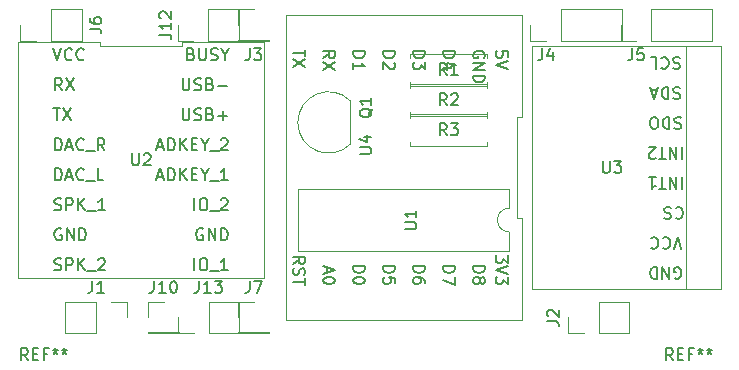
<source format=gbr>
%TF.GenerationSoftware,KiCad,Pcbnew,(6.0.6)*%
%TF.CreationDate,2023-05-03T19:44:46+02:00*%
%TF.ProjectId,Portal Turret,506f7274-616c-4205-9475-727265742e6b,rev?*%
%TF.SameCoordinates,Original*%
%TF.FileFunction,Legend,Top*%
%TF.FilePolarity,Positive*%
%FSLAX46Y46*%
G04 Gerber Fmt 4.6, Leading zero omitted, Abs format (unit mm)*
G04 Created by KiCad (PCBNEW (6.0.6)) date 2023-05-03 19:44:46*
%MOMM*%
%LPD*%
G01*
G04 APERTURE LIST*
%ADD10C,0.150000*%
%ADD11C,0.120000*%
G04 APERTURE END LIST*
D10*
%TO.C,J4*%
X128571666Y-73747380D02*
X128571666Y-74461666D01*
X128524047Y-74604523D01*
X128428809Y-74699761D01*
X128285952Y-74747380D01*
X128190714Y-74747380D01*
X129476428Y-74080714D02*
X129476428Y-74747380D01*
X129238333Y-73699761D02*
X129000238Y-74414047D01*
X129619285Y-74414047D01*
%TO.C,J13*%
X99520476Y-93432380D02*
X99520476Y-94146666D01*
X99472857Y-94289523D01*
X99377619Y-94384761D01*
X99234761Y-94432380D01*
X99139523Y-94432380D01*
X100520476Y-94432380D02*
X99949047Y-94432380D01*
X100234761Y-94432380D02*
X100234761Y-93432380D01*
X100139523Y-93575238D01*
X100044285Y-93670476D01*
X99949047Y-93718095D01*
X100853809Y-93432380D02*
X101472857Y-93432380D01*
X101139523Y-93813333D01*
X101282380Y-93813333D01*
X101377619Y-93860952D01*
X101425238Y-93908571D01*
X101472857Y-94003809D01*
X101472857Y-94241904D01*
X101425238Y-94337142D01*
X101377619Y-94384761D01*
X101282380Y-94432380D01*
X100996666Y-94432380D01*
X100901428Y-94384761D01*
X100853809Y-94337142D01*
%TO.C,J2*%
X128992380Y-96853333D02*
X129706666Y-96853333D01*
X129849523Y-96900952D01*
X129944761Y-96996190D01*
X129992380Y-97139047D01*
X129992380Y-97234285D01*
X129087619Y-96424761D02*
X129040000Y-96377142D01*
X128992380Y-96281904D01*
X128992380Y-96043809D01*
X129040000Y-95948571D01*
X129087619Y-95900952D01*
X129182857Y-95853333D01*
X129278095Y-95853333D01*
X129420952Y-95900952D01*
X129992380Y-96472380D01*
X129992380Y-95853333D01*
%TO.C,U4*%
X113117380Y-82676904D02*
X113926904Y-82676904D01*
X114022142Y-82629285D01*
X114069761Y-82581666D01*
X114117380Y-82486428D01*
X114117380Y-82295952D01*
X114069761Y-82200714D01*
X114022142Y-82153095D01*
X113926904Y-82105476D01*
X113117380Y-82105476D01*
X113450714Y-81200714D02*
X114117380Y-81200714D01*
X113069761Y-81438809D02*
X113784047Y-81676904D01*
X113784047Y-81057857D01*
X110037619Y-74567023D02*
X110513809Y-74233690D01*
X110037619Y-73995595D02*
X111037619Y-73995595D01*
X111037619Y-74376547D01*
X110990000Y-74471785D01*
X110942380Y-74519404D01*
X110847142Y-74567023D01*
X110704285Y-74567023D01*
X110609047Y-74519404D01*
X110561428Y-74471785D01*
X110513809Y-74376547D01*
X110513809Y-73995595D01*
X111037619Y-74900357D02*
X110037619Y-75567023D01*
X111037619Y-75567023D02*
X110037619Y-74900357D01*
X120197619Y-92168214D02*
X121197619Y-92168214D01*
X121197619Y-92406309D01*
X121150000Y-92549166D01*
X121054761Y-92644404D01*
X120959523Y-92692023D01*
X120769047Y-92739642D01*
X120626190Y-92739642D01*
X120435714Y-92692023D01*
X120340476Y-92644404D01*
X120245238Y-92549166D01*
X120197619Y-92406309D01*
X120197619Y-92168214D01*
X121197619Y-93072976D02*
X121197619Y-93739642D01*
X120197619Y-93311071D01*
X115117619Y-73995595D02*
X116117619Y-73995595D01*
X116117619Y-74233690D01*
X116070000Y-74376547D01*
X115974761Y-74471785D01*
X115879523Y-74519404D01*
X115689047Y-74567023D01*
X115546190Y-74567023D01*
X115355714Y-74519404D01*
X115260476Y-74471785D01*
X115165238Y-74376547D01*
X115117619Y-74233690D01*
X115117619Y-73995595D01*
X116022380Y-74947976D02*
X116070000Y-74995595D01*
X116117619Y-75090833D01*
X116117619Y-75328928D01*
X116070000Y-75424166D01*
X116022380Y-75471785D01*
X115927142Y-75519404D01*
X115831904Y-75519404D01*
X115689047Y-75471785D01*
X115117619Y-74900357D01*
X115117619Y-75519404D01*
X112577619Y-92168214D02*
X113577619Y-92168214D01*
X113577619Y-92406309D01*
X113530000Y-92549166D01*
X113434761Y-92644404D01*
X113339523Y-92692023D01*
X113149047Y-92739642D01*
X113006190Y-92739642D01*
X112815714Y-92692023D01*
X112720476Y-92644404D01*
X112625238Y-92549166D01*
X112577619Y-92406309D01*
X112577619Y-92168214D01*
X113577619Y-93358690D02*
X113577619Y-93453928D01*
X113530000Y-93549166D01*
X113482380Y-93596785D01*
X113387142Y-93644404D01*
X113196666Y-93692023D01*
X112958571Y-93692023D01*
X112768095Y-93644404D01*
X112672857Y-93596785D01*
X112625238Y-93549166D01*
X112577619Y-93453928D01*
X112577619Y-93358690D01*
X112625238Y-93263452D01*
X112672857Y-93215833D01*
X112768095Y-93168214D01*
X112958571Y-93120595D01*
X113196666Y-93120595D01*
X113387142Y-93168214D01*
X113482380Y-93215833D01*
X113530000Y-93263452D01*
X113577619Y-93358690D01*
X107497619Y-91977738D02*
X107973809Y-91644404D01*
X107497619Y-91406309D02*
X108497619Y-91406309D01*
X108497619Y-91787261D01*
X108450000Y-91882500D01*
X108402380Y-91930119D01*
X108307142Y-91977738D01*
X108164285Y-91977738D01*
X108069047Y-91930119D01*
X108021428Y-91882500D01*
X107973809Y-91787261D01*
X107973809Y-91406309D01*
X107545238Y-92358690D02*
X107497619Y-92501547D01*
X107497619Y-92739642D01*
X107545238Y-92834880D01*
X107592857Y-92882500D01*
X107688095Y-92930119D01*
X107783333Y-92930119D01*
X107878571Y-92882500D01*
X107926190Y-92834880D01*
X107973809Y-92739642D01*
X108021428Y-92549166D01*
X108069047Y-92453928D01*
X108116666Y-92406309D01*
X108211904Y-92358690D01*
X108307142Y-92358690D01*
X108402380Y-92406309D01*
X108450000Y-92453928D01*
X108497619Y-92549166D01*
X108497619Y-92787261D01*
X108450000Y-92930119D01*
X108497619Y-93215833D02*
X108497619Y-93787261D01*
X107497619Y-93501547D02*
X108497619Y-93501547D01*
X123690000Y-74519404D02*
X123737619Y-74424166D01*
X123737619Y-74281309D01*
X123690000Y-74138452D01*
X123594761Y-74043214D01*
X123499523Y-73995595D01*
X123309047Y-73947976D01*
X123166190Y-73947976D01*
X122975714Y-73995595D01*
X122880476Y-74043214D01*
X122785238Y-74138452D01*
X122737619Y-74281309D01*
X122737619Y-74376547D01*
X122785238Y-74519404D01*
X122832857Y-74567023D01*
X123166190Y-74567023D01*
X123166190Y-74376547D01*
X122737619Y-74995595D02*
X123737619Y-74995595D01*
X122737619Y-75567023D01*
X123737619Y-75567023D01*
X122737619Y-76043214D02*
X123737619Y-76043214D01*
X123737619Y-76281309D01*
X123690000Y-76424166D01*
X123594761Y-76519404D01*
X123499523Y-76567023D01*
X123309047Y-76614642D01*
X123166190Y-76614642D01*
X122975714Y-76567023D01*
X122880476Y-76519404D01*
X122785238Y-76424166D01*
X122737619Y-76281309D01*
X122737619Y-76043214D01*
X112577619Y-73995595D02*
X113577619Y-73995595D01*
X113577619Y-74233690D01*
X113530000Y-74376547D01*
X113434761Y-74471785D01*
X113339523Y-74519404D01*
X113149047Y-74567023D01*
X113006190Y-74567023D01*
X112815714Y-74519404D01*
X112720476Y-74471785D01*
X112625238Y-74376547D01*
X112577619Y-74233690D01*
X112577619Y-73995595D01*
X112577619Y-75519404D02*
X112577619Y-74947976D01*
X112577619Y-75233690D02*
X113577619Y-75233690D01*
X113434761Y-75138452D01*
X113339523Y-75043214D01*
X113291904Y-74947976D01*
X110323333Y-92263452D02*
X110323333Y-92739642D01*
X110037619Y-92168214D02*
X111037619Y-92501547D01*
X110037619Y-92834880D01*
X111037619Y-93358690D02*
X111037619Y-93453928D01*
X110990000Y-93549166D01*
X110942380Y-93596785D01*
X110847142Y-93644404D01*
X110656666Y-93692023D01*
X110418571Y-93692023D01*
X110228095Y-93644404D01*
X110132857Y-93596785D01*
X110085238Y-93549166D01*
X110037619Y-93453928D01*
X110037619Y-93358690D01*
X110085238Y-93263452D01*
X110132857Y-93215833D01*
X110228095Y-93168214D01*
X110418571Y-93120595D01*
X110656666Y-93120595D01*
X110847142Y-93168214D01*
X110942380Y-93215833D01*
X110990000Y-93263452D01*
X111037619Y-93358690D01*
X125642619Y-91263452D02*
X125642619Y-91882500D01*
X125261666Y-91549166D01*
X125261666Y-91692023D01*
X125214047Y-91787261D01*
X125166428Y-91834880D01*
X125071190Y-91882500D01*
X124833095Y-91882500D01*
X124737857Y-91834880D01*
X124690238Y-91787261D01*
X124642619Y-91692023D01*
X124642619Y-91406309D01*
X124690238Y-91311071D01*
X124737857Y-91263452D01*
X125642619Y-92168214D02*
X124642619Y-92501547D01*
X125642619Y-92834880D01*
X125642619Y-93072976D02*
X125642619Y-93692023D01*
X125261666Y-93358690D01*
X125261666Y-93501547D01*
X125214047Y-93596785D01*
X125166428Y-93644404D01*
X125071190Y-93692023D01*
X124833095Y-93692023D01*
X124737857Y-93644404D01*
X124690238Y-93596785D01*
X124642619Y-93501547D01*
X124642619Y-93215833D01*
X124690238Y-93120595D01*
X124737857Y-93072976D01*
X117657619Y-92168214D02*
X118657619Y-92168214D01*
X118657619Y-92406309D01*
X118610000Y-92549166D01*
X118514761Y-92644404D01*
X118419523Y-92692023D01*
X118229047Y-92739642D01*
X118086190Y-92739642D01*
X117895714Y-92692023D01*
X117800476Y-92644404D01*
X117705238Y-92549166D01*
X117657619Y-92406309D01*
X117657619Y-92168214D01*
X118657619Y-93596785D02*
X118657619Y-93406309D01*
X118610000Y-93311071D01*
X118562380Y-93263452D01*
X118419523Y-93168214D01*
X118229047Y-93120595D01*
X117848095Y-93120595D01*
X117752857Y-93168214D01*
X117705238Y-93215833D01*
X117657619Y-93311071D01*
X117657619Y-93501547D01*
X117705238Y-93596785D01*
X117752857Y-93644404D01*
X117848095Y-93692023D01*
X118086190Y-93692023D01*
X118181428Y-93644404D01*
X118229047Y-93596785D01*
X118276666Y-93501547D01*
X118276666Y-93311071D01*
X118229047Y-93215833D01*
X118181428Y-93168214D01*
X118086190Y-93120595D01*
X108497619Y-73852738D02*
X108497619Y-74424166D01*
X107497619Y-74138452D02*
X108497619Y-74138452D01*
X108497619Y-74662261D02*
X107497619Y-75328928D01*
X108497619Y-75328928D02*
X107497619Y-74662261D01*
X115117619Y-92168214D02*
X116117619Y-92168214D01*
X116117619Y-92406309D01*
X116070000Y-92549166D01*
X115974761Y-92644404D01*
X115879523Y-92692023D01*
X115689047Y-92739642D01*
X115546190Y-92739642D01*
X115355714Y-92692023D01*
X115260476Y-92644404D01*
X115165238Y-92549166D01*
X115117619Y-92406309D01*
X115117619Y-92168214D01*
X116117619Y-93644404D02*
X116117619Y-93168214D01*
X115641428Y-93120595D01*
X115689047Y-93168214D01*
X115736666Y-93263452D01*
X115736666Y-93501547D01*
X115689047Y-93596785D01*
X115641428Y-93644404D01*
X115546190Y-93692023D01*
X115308095Y-93692023D01*
X115212857Y-93644404D01*
X115165238Y-93596785D01*
X115117619Y-93501547D01*
X115117619Y-93263452D01*
X115165238Y-93168214D01*
X115212857Y-93120595D01*
X117657619Y-73995595D02*
X118657619Y-73995595D01*
X118657619Y-74233690D01*
X118610000Y-74376547D01*
X118514761Y-74471785D01*
X118419523Y-74519404D01*
X118229047Y-74567023D01*
X118086190Y-74567023D01*
X117895714Y-74519404D01*
X117800476Y-74471785D01*
X117705238Y-74376547D01*
X117657619Y-74233690D01*
X117657619Y-73995595D01*
X118657619Y-74900357D02*
X118657619Y-75519404D01*
X118276666Y-75186071D01*
X118276666Y-75328928D01*
X118229047Y-75424166D01*
X118181428Y-75471785D01*
X118086190Y-75519404D01*
X117848095Y-75519404D01*
X117752857Y-75471785D01*
X117705238Y-75424166D01*
X117657619Y-75328928D01*
X117657619Y-75043214D01*
X117705238Y-74947976D01*
X117752857Y-74900357D01*
X122737619Y-92168214D02*
X123737619Y-92168214D01*
X123737619Y-92406309D01*
X123690000Y-92549166D01*
X123594761Y-92644404D01*
X123499523Y-92692023D01*
X123309047Y-92739642D01*
X123166190Y-92739642D01*
X122975714Y-92692023D01*
X122880476Y-92644404D01*
X122785238Y-92549166D01*
X122737619Y-92406309D01*
X122737619Y-92168214D01*
X123309047Y-93311071D02*
X123356666Y-93215833D01*
X123404285Y-93168214D01*
X123499523Y-93120595D01*
X123547142Y-93120595D01*
X123642380Y-93168214D01*
X123690000Y-93215833D01*
X123737619Y-93311071D01*
X123737619Y-93501547D01*
X123690000Y-93596785D01*
X123642380Y-93644404D01*
X123547142Y-93692023D01*
X123499523Y-93692023D01*
X123404285Y-93644404D01*
X123356666Y-93596785D01*
X123309047Y-93501547D01*
X123309047Y-93311071D01*
X123261428Y-93215833D01*
X123213809Y-93168214D01*
X123118571Y-93120595D01*
X122928095Y-93120595D01*
X122832857Y-93168214D01*
X122785238Y-93215833D01*
X122737619Y-93311071D01*
X122737619Y-93501547D01*
X122785238Y-93596785D01*
X122832857Y-93644404D01*
X122928095Y-93692023D01*
X123118571Y-93692023D01*
X123213809Y-93644404D01*
X123261428Y-93596785D01*
X123309047Y-93501547D01*
X120197619Y-73995595D02*
X121197619Y-73995595D01*
X121197619Y-74233690D01*
X121150000Y-74376547D01*
X121054761Y-74471785D01*
X120959523Y-74519404D01*
X120769047Y-74567023D01*
X120626190Y-74567023D01*
X120435714Y-74519404D01*
X120340476Y-74471785D01*
X120245238Y-74376547D01*
X120197619Y-74233690D01*
X120197619Y-73995595D01*
X120864285Y-75424166D02*
X120197619Y-75424166D01*
X121245238Y-75186071D02*
X120530952Y-74947976D01*
X120530952Y-75567023D01*
X125642619Y-74471785D02*
X125642619Y-73995595D01*
X125166428Y-73947976D01*
X125214047Y-73995595D01*
X125261666Y-74090833D01*
X125261666Y-74328928D01*
X125214047Y-74424166D01*
X125166428Y-74471785D01*
X125071190Y-74519404D01*
X124833095Y-74519404D01*
X124737857Y-74471785D01*
X124690238Y-74424166D01*
X124642619Y-74328928D01*
X124642619Y-74090833D01*
X124690238Y-73995595D01*
X124737857Y-73947976D01*
X125642619Y-74805119D02*
X124642619Y-75138452D01*
X125642619Y-75471785D01*
%TO.C,J10*%
X95710476Y-93432380D02*
X95710476Y-94146666D01*
X95662857Y-94289523D01*
X95567619Y-94384761D01*
X95424761Y-94432380D01*
X95329523Y-94432380D01*
X96710476Y-94432380D02*
X96139047Y-94432380D01*
X96424761Y-94432380D02*
X96424761Y-93432380D01*
X96329523Y-93575238D01*
X96234285Y-93670476D01*
X96139047Y-93718095D01*
X97329523Y-93432380D02*
X97424761Y-93432380D01*
X97520000Y-93480000D01*
X97567619Y-93527619D01*
X97615238Y-93622857D01*
X97662857Y-93813333D01*
X97662857Y-94051428D01*
X97615238Y-94241904D01*
X97567619Y-94337142D01*
X97520000Y-94384761D01*
X97424761Y-94432380D01*
X97329523Y-94432380D01*
X97234285Y-94384761D01*
X97186666Y-94337142D01*
X97139047Y-94241904D01*
X97091428Y-94051428D01*
X97091428Y-93813333D01*
X97139047Y-93622857D01*
X97186666Y-93527619D01*
X97234285Y-93480000D01*
X97329523Y-93432380D01*
%TO.C,J3*%
X103806666Y-73747380D02*
X103806666Y-74461666D01*
X103759047Y-74604523D01*
X103663809Y-74699761D01*
X103520952Y-74747380D01*
X103425714Y-74747380D01*
X104187619Y-73747380D02*
X104806666Y-73747380D01*
X104473333Y-74128333D01*
X104616190Y-74128333D01*
X104711428Y-74175952D01*
X104759047Y-74223571D01*
X104806666Y-74318809D01*
X104806666Y-74556904D01*
X104759047Y-74652142D01*
X104711428Y-74699761D01*
X104616190Y-74747380D01*
X104330476Y-74747380D01*
X104235238Y-74699761D01*
X104187619Y-74652142D01*
%TO.C,REF\u002A\u002A*%
X85026666Y-100147380D02*
X84693333Y-99671190D01*
X84455238Y-100147380D02*
X84455238Y-99147380D01*
X84836190Y-99147380D01*
X84931428Y-99195000D01*
X84979047Y-99242619D01*
X85026666Y-99337857D01*
X85026666Y-99480714D01*
X84979047Y-99575952D01*
X84931428Y-99623571D01*
X84836190Y-99671190D01*
X84455238Y-99671190D01*
X85455238Y-99623571D02*
X85788571Y-99623571D01*
X85931428Y-100147380D02*
X85455238Y-100147380D01*
X85455238Y-99147380D01*
X85931428Y-99147380D01*
X86693333Y-99623571D02*
X86360000Y-99623571D01*
X86360000Y-100147380D02*
X86360000Y-99147380D01*
X86836190Y-99147380D01*
X87360000Y-99147380D02*
X87360000Y-99385476D01*
X87121904Y-99290238D02*
X87360000Y-99385476D01*
X87598095Y-99290238D01*
X87217142Y-99575952D02*
X87360000Y-99385476D01*
X87502857Y-99575952D01*
X88121904Y-99147380D02*
X88121904Y-99385476D01*
X87883809Y-99290238D02*
X88121904Y-99385476D01*
X88360000Y-99290238D01*
X87979047Y-99575952D02*
X88121904Y-99385476D01*
X88264761Y-99575952D01*
%TO.C,J5*%
X136191666Y-73747380D02*
X136191666Y-74461666D01*
X136144047Y-74604523D01*
X136048809Y-74699761D01*
X135905952Y-74747380D01*
X135810714Y-74747380D01*
X137144047Y-73747380D02*
X136667857Y-73747380D01*
X136620238Y-74223571D01*
X136667857Y-74175952D01*
X136763095Y-74128333D01*
X137001190Y-74128333D01*
X137096428Y-74175952D01*
X137144047Y-74223571D01*
X137191666Y-74318809D01*
X137191666Y-74556904D01*
X137144047Y-74652142D01*
X137096428Y-74699761D01*
X137001190Y-74747380D01*
X136763095Y-74747380D01*
X136667857Y-74699761D01*
X136620238Y-74652142D01*
%TO.C,R1*%
X120483333Y-76017380D02*
X120150000Y-75541190D01*
X119911904Y-76017380D02*
X119911904Y-75017380D01*
X120292857Y-75017380D01*
X120388095Y-75065000D01*
X120435714Y-75112619D01*
X120483333Y-75207857D01*
X120483333Y-75350714D01*
X120435714Y-75445952D01*
X120388095Y-75493571D01*
X120292857Y-75541190D01*
X119911904Y-75541190D01*
X121435714Y-76017380D02*
X120864285Y-76017380D01*
X121150000Y-76017380D02*
X121150000Y-75017380D01*
X121054761Y-75160238D01*
X120959523Y-75255476D01*
X120864285Y-75303095D01*
%TO.C,J1*%
X90471666Y-93432380D02*
X90471666Y-94146666D01*
X90424047Y-94289523D01*
X90328809Y-94384761D01*
X90185952Y-94432380D01*
X90090714Y-94432380D01*
X91471666Y-94432380D02*
X90900238Y-94432380D01*
X91185952Y-94432380D02*
X91185952Y-93432380D01*
X91090714Y-93575238D01*
X90995476Y-93670476D01*
X90900238Y-93718095D01*
%TO.C,U3*%
X133708095Y-83272380D02*
X133708095Y-84081904D01*
X133755714Y-84177142D01*
X133803333Y-84224761D01*
X133898571Y-84272380D01*
X134089047Y-84272380D01*
X134184285Y-84224761D01*
X134231904Y-84177142D01*
X134279523Y-84081904D01*
X134279523Y-83272380D01*
X134660476Y-83272380D02*
X135279523Y-83272380D01*
X134946190Y-83653333D01*
X135089047Y-83653333D01*
X135184285Y-83700952D01*
X135231904Y-83748571D01*
X135279523Y-83843809D01*
X135279523Y-84081904D01*
X135231904Y-84177142D01*
X135184285Y-84224761D01*
X135089047Y-84272380D01*
X134803333Y-84272380D01*
X134708095Y-84224761D01*
X134660476Y-84177142D01*
X140349523Y-79605238D02*
X140206666Y-79557619D01*
X139968571Y-79557619D01*
X139873333Y-79605238D01*
X139825714Y-79652857D01*
X139778095Y-79748095D01*
X139778095Y-79843333D01*
X139825714Y-79938571D01*
X139873333Y-79986190D01*
X139968571Y-80033809D01*
X140159047Y-80081428D01*
X140254285Y-80129047D01*
X140301904Y-80176666D01*
X140349523Y-80271904D01*
X140349523Y-80367142D01*
X140301904Y-80462380D01*
X140254285Y-80510000D01*
X140159047Y-80557619D01*
X139920952Y-80557619D01*
X139778095Y-80510000D01*
X139349523Y-79557619D02*
X139349523Y-80557619D01*
X139111428Y-80557619D01*
X138968571Y-80510000D01*
X138873333Y-80414761D01*
X138825714Y-80319523D01*
X138778095Y-80129047D01*
X138778095Y-79986190D01*
X138825714Y-79795714D01*
X138873333Y-79700476D01*
X138968571Y-79605238D01*
X139111428Y-79557619D01*
X139349523Y-79557619D01*
X138159047Y-80557619D02*
X137968571Y-80557619D01*
X137873333Y-80510000D01*
X137778095Y-80414761D01*
X137730476Y-80224285D01*
X137730476Y-79890952D01*
X137778095Y-79700476D01*
X137873333Y-79605238D01*
X137968571Y-79557619D01*
X138159047Y-79557619D01*
X138254285Y-79605238D01*
X138349523Y-79700476D01*
X138397142Y-79890952D01*
X138397142Y-80224285D01*
X138349523Y-80414761D01*
X138254285Y-80510000D01*
X138159047Y-80557619D01*
X140230476Y-74525238D02*
X140087619Y-74477619D01*
X139849523Y-74477619D01*
X139754285Y-74525238D01*
X139706666Y-74572857D01*
X139659047Y-74668095D01*
X139659047Y-74763333D01*
X139706666Y-74858571D01*
X139754285Y-74906190D01*
X139849523Y-74953809D01*
X140040000Y-75001428D01*
X140135238Y-75049047D01*
X140182857Y-75096666D01*
X140230476Y-75191904D01*
X140230476Y-75287142D01*
X140182857Y-75382380D01*
X140135238Y-75430000D01*
X140040000Y-75477619D01*
X139801904Y-75477619D01*
X139659047Y-75430000D01*
X138659047Y-74572857D02*
X138706666Y-74525238D01*
X138849523Y-74477619D01*
X138944761Y-74477619D01*
X139087619Y-74525238D01*
X139182857Y-74620476D01*
X139230476Y-74715714D01*
X139278095Y-74906190D01*
X139278095Y-75049047D01*
X139230476Y-75239523D01*
X139182857Y-75334761D01*
X139087619Y-75430000D01*
X138944761Y-75477619D01*
X138849523Y-75477619D01*
X138706666Y-75430000D01*
X138659047Y-75382380D01*
X137754285Y-74477619D02*
X138230476Y-74477619D01*
X138230476Y-75477619D01*
X140420952Y-84637619D02*
X140420952Y-85637619D01*
X139944761Y-84637619D02*
X139944761Y-85637619D01*
X139373333Y-84637619D01*
X139373333Y-85637619D01*
X139040000Y-85637619D02*
X138468571Y-85637619D01*
X138754285Y-84637619D02*
X138754285Y-85637619D01*
X137611428Y-84637619D02*
X138182857Y-84637619D01*
X137897142Y-84637619D02*
X137897142Y-85637619D01*
X137992380Y-85494761D01*
X138087619Y-85399523D01*
X138182857Y-85351904D01*
X140420952Y-82097619D02*
X140420952Y-83097619D01*
X139944761Y-82097619D02*
X139944761Y-83097619D01*
X139373333Y-82097619D01*
X139373333Y-83097619D01*
X139040000Y-83097619D02*
X138468571Y-83097619D01*
X138754285Y-82097619D02*
X138754285Y-83097619D01*
X138182857Y-83002380D02*
X138135238Y-83050000D01*
X138040000Y-83097619D01*
X137801904Y-83097619D01*
X137706666Y-83050000D01*
X137659047Y-83002380D01*
X137611428Y-82907142D01*
X137611428Y-82811904D01*
X137659047Y-82669047D01*
X138230476Y-82097619D01*
X137611428Y-82097619D01*
X140254285Y-77065238D02*
X140111428Y-77017619D01*
X139873333Y-77017619D01*
X139778095Y-77065238D01*
X139730476Y-77112857D01*
X139682857Y-77208095D01*
X139682857Y-77303333D01*
X139730476Y-77398571D01*
X139778095Y-77446190D01*
X139873333Y-77493809D01*
X140063809Y-77541428D01*
X140159047Y-77589047D01*
X140206666Y-77636666D01*
X140254285Y-77731904D01*
X140254285Y-77827142D01*
X140206666Y-77922380D01*
X140159047Y-77970000D01*
X140063809Y-78017619D01*
X139825714Y-78017619D01*
X139682857Y-77970000D01*
X139254285Y-77017619D02*
X139254285Y-78017619D01*
X139016190Y-78017619D01*
X138873333Y-77970000D01*
X138778095Y-77874761D01*
X138730476Y-77779523D01*
X138682857Y-77589047D01*
X138682857Y-77446190D01*
X138730476Y-77255714D01*
X138778095Y-77160476D01*
X138873333Y-77065238D01*
X139016190Y-77017619D01*
X139254285Y-77017619D01*
X138301904Y-77303333D02*
X137825714Y-77303333D01*
X138397142Y-77017619D02*
X138063809Y-78017619D01*
X137730476Y-77017619D01*
X139801904Y-93220000D02*
X139897142Y-93267619D01*
X140040000Y-93267619D01*
X140182857Y-93220000D01*
X140278095Y-93124761D01*
X140325714Y-93029523D01*
X140373333Y-92839047D01*
X140373333Y-92696190D01*
X140325714Y-92505714D01*
X140278095Y-92410476D01*
X140182857Y-92315238D01*
X140040000Y-92267619D01*
X139944761Y-92267619D01*
X139801904Y-92315238D01*
X139754285Y-92362857D01*
X139754285Y-92696190D01*
X139944761Y-92696190D01*
X139325714Y-92267619D02*
X139325714Y-93267619D01*
X138754285Y-92267619D01*
X138754285Y-93267619D01*
X138278095Y-92267619D02*
X138278095Y-93267619D01*
X138040000Y-93267619D01*
X137897142Y-93220000D01*
X137801904Y-93124761D01*
X137754285Y-93029523D01*
X137706666Y-92839047D01*
X137706666Y-92696190D01*
X137754285Y-92505714D01*
X137801904Y-92410476D01*
X137897142Y-92315238D01*
X138040000Y-92267619D01*
X138278095Y-92267619D01*
X140373333Y-90717619D02*
X140040000Y-89717619D01*
X139706666Y-90717619D01*
X138801904Y-89812857D02*
X138849523Y-89765238D01*
X138992380Y-89717619D01*
X139087619Y-89717619D01*
X139230476Y-89765238D01*
X139325714Y-89860476D01*
X139373333Y-89955714D01*
X139420952Y-90146190D01*
X139420952Y-90289047D01*
X139373333Y-90479523D01*
X139325714Y-90574761D01*
X139230476Y-90670000D01*
X139087619Y-90717619D01*
X138992380Y-90717619D01*
X138849523Y-90670000D01*
X138801904Y-90622380D01*
X137801904Y-89812857D02*
X137849523Y-89765238D01*
X137992380Y-89717619D01*
X138087619Y-89717619D01*
X138230476Y-89765238D01*
X138325714Y-89860476D01*
X138373333Y-89955714D01*
X138420952Y-90146190D01*
X138420952Y-90289047D01*
X138373333Y-90479523D01*
X138325714Y-90574761D01*
X138230476Y-90670000D01*
X138087619Y-90717619D01*
X137992380Y-90717619D01*
X137849523Y-90670000D01*
X137801904Y-90622380D01*
X139866666Y-87272857D02*
X139914285Y-87225238D01*
X140057142Y-87177619D01*
X140152380Y-87177619D01*
X140295238Y-87225238D01*
X140390476Y-87320476D01*
X140438095Y-87415714D01*
X140485714Y-87606190D01*
X140485714Y-87749047D01*
X140438095Y-87939523D01*
X140390476Y-88034761D01*
X140295238Y-88130000D01*
X140152380Y-88177619D01*
X140057142Y-88177619D01*
X139914285Y-88130000D01*
X139866666Y-88082380D01*
X139485714Y-87225238D02*
X139342857Y-87177619D01*
X139104761Y-87177619D01*
X139009523Y-87225238D01*
X138961904Y-87272857D01*
X138914285Y-87368095D01*
X138914285Y-87463333D01*
X138961904Y-87558571D01*
X139009523Y-87606190D01*
X139104761Y-87653809D01*
X139295238Y-87701428D01*
X139390476Y-87749047D01*
X139438095Y-87796666D01*
X139485714Y-87891904D01*
X139485714Y-87987142D01*
X139438095Y-88082380D01*
X139390476Y-88130000D01*
X139295238Y-88177619D01*
X139057142Y-88177619D01*
X138914285Y-88130000D01*
%TO.C,R2*%
X120483333Y-78557380D02*
X120150000Y-78081190D01*
X119911904Y-78557380D02*
X119911904Y-77557380D01*
X120292857Y-77557380D01*
X120388095Y-77605000D01*
X120435714Y-77652619D01*
X120483333Y-77747857D01*
X120483333Y-77890714D01*
X120435714Y-77985952D01*
X120388095Y-78033571D01*
X120292857Y-78081190D01*
X119911904Y-78081190D01*
X120864285Y-77652619D02*
X120911904Y-77605000D01*
X121007142Y-77557380D01*
X121245238Y-77557380D01*
X121340476Y-77605000D01*
X121388095Y-77652619D01*
X121435714Y-77747857D01*
X121435714Y-77843095D01*
X121388095Y-77985952D01*
X120816666Y-78557380D01*
X121435714Y-78557380D01*
%TO.C,J12*%
X96177380Y-72564523D02*
X96891666Y-72564523D01*
X97034523Y-72612142D01*
X97129761Y-72707380D01*
X97177380Y-72850238D01*
X97177380Y-72945476D01*
X97177380Y-71564523D02*
X97177380Y-72135952D01*
X97177380Y-71850238D02*
X96177380Y-71850238D01*
X96320238Y-71945476D01*
X96415476Y-72040714D01*
X96463095Y-72135952D01*
X96272619Y-71183571D02*
X96225000Y-71135952D01*
X96177380Y-71040714D01*
X96177380Y-70802619D01*
X96225000Y-70707380D01*
X96272619Y-70659761D01*
X96367857Y-70612142D01*
X96463095Y-70612142D01*
X96605952Y-70659761D01*
X97177380Y-71231190D01*
X97177380Y-70612142D01*
%TO.C,U1*%
X116927380Y-89036904D02*
X117736904Y-89036904D01*
X117832142Y-88989285D01*
X117879761Y-88941666D01*
X117927380Y-88846428D01*
X117927380Y-88655952D01*
X117879761Y-88560714D01*
X117832142Y-88513095D01*
X117736904Y-88465476D01*
X116927380Y-88465476D01*
X117927380Y-87465476D02*
X117927380Y-88036904D01*
X117927380Y-87751190D02*
X116927380Y-87751190D01*
X117070238Y-87846428D01*
X117165476Y-87941666D01*
X117213095Y-88036904D01*
%TO.C,REF\u002A\u002A*%
X139636666Y-100147380D02*
X139303333Y-99671190D01*
X139065238Y-100147380D02*
X139065238Y-99147380D01*
X139446190Y-99147380D01*
X139541428Y-99195000D01*
X139589047Y-99242619D01*
X139636666Y-99337857D01*
X139636666Y-99480714D01*
X139589047Y-99575952D01*
X139541428Y-99623571D01*
X139446190Y-99671190D01*
X139065238Y-99671190D01*
X140065238Y-99623571D02*
X140398571Y-99623571D01*
X140541428Y-100147380D02*
X140065238Y-100147380D01*
X140065238Y-99147380D01*
X140541428Y-99147380D01*
X141303333Y-99623571D02*
X140970000Y-99623571D01*
X140970000Y-100147380D02*
X140970000Y-99147380D01*
X141446190Y-99147380D01*
X141970000Y-99147380D02*
X141970000Y-99385476D01*
X141731904Y-99290238D02*
X141970000Y-99385476D01*
X142208095Y-99290238D01*
X141827142Y-99575952D02*
X141970000Y-99385476D01*
X142112857Y-99575952D01*
X142731904Y-99147380D02*
X142731904Y-99385476D01*
X142493809Y-99290238D02*
X142731904Y-99385476D01*
X142970000Y-99290238D01*
X142589047Y-99575952D02*
X142731904Y-99385476D01*
X142874761Y-99575952D01*
%TO.C,R3*%
X120483333Y-81097380D02*
X120150000Y-80621190D01*
X119911904Y-81097380D02*
X119911904Y-80097380D01*
X120292857Y-80097380D01*
X120388095Y-80145000D01*
X120435714Y-80192619D01*
X120483333Y-80287857D01*
X120483333Y-80430714D01*
X120435714Y-80525952D01*
X120388095Y-80573571D01*
X120292857Y-80621190D01*
X119911904Y-80621190D01*
X120816666Y-80097380D02*
X121435714Y-80097380D01*
X121102380Y-80478333D01*
X121245238Y-80478333D01*
X121340476Y-80525952D01*
X121388095Y-80573571D01*
X121435714Y-80668809D01*
X121435714Y-80906904D01*
X121388095Y-81002142D01*
X121340476Y-81049761D01*
X121245238Y-81097380D01*
X120959523Y-81097380D01*
X120864285Y-81049761D01*
X120816666Y-81002142D01*
%TO.C,U2*%
X93853095Y-82637380D02*
X93853095Y-83446904D01*
X93900714Y-83542142D01*
X93948333Y-83589761D01*
X94043571Y-83637380D01*
X94234047Y-83637380D01*
X94329285Y-83589761D01*
X94376904Y-83542142D01*
X94424523Y-83446904D01*
X94424523Y-82637380D01*
X94853095Y-82732619D02*
X94900714Y-82685000D01*
X94995952Y-82637380D01*
X95234047Y-82637380D01*
X95329285Y-82685000D01*
X95376904Y-82732619D01*
X95424523Y-82827857D01*
X95424523Y-82923095D01*
X95376904Y-83065952D01*
X94805476Y-83637380D01*
X95424523Y-83637380D01*
X87187738Y-78827380D02*
X87759166Y-78827380D01*
X87473452Y-79827380D02*
X87473452Y-78827380D01*
X87997261Y-78827380D02*
X88663928Y-79827380D01*
X88663928Y-78827380D02*
X87997261Y-79827380D01*
X98137500Y-78827380D02*
X98137500Y-79636904D01*
X98185119Y-79732142D01*
X98232738Y-79779761D01*
X98327976Y-79827380D01*
X98518452Y-79827380D01*
X98613690Y-79779761D01*
X98661309Y-79732142D01*
X98708928Y-79636904D01*
X98708928Y-78827380D01*
X99137500Y-79779761D02*
X99280357Y-79827380D01*
X99518452Y-79827380D01*
X99613690Y-79779761D01*
X99661309Y-79732142D01*
X99708928Y-79636904D01*
X99708928Y-79541666D01*
X99661309Y-79446428D01*
X99613690Y-79398809D01*
X99518452Y-79351190D01*
X99327976Y-79303571D01*
X99232738Y-79255952D01*
X99185119Y-79208333D01*
X99137500Y-79113095D01*
X99137500Y-79017857D01*
X99185119Y-78922619D01*
X99232738Y-78875000D01*
X99327976Y-78827380D01*
X99566071Y-78827380D01*
X99708928Y-78875000D01*
X100470833Y-79303571D02*
X100613690Y-79351190D01*
X100661309Y-79398809D01*
X100708928Y-79494047D01*
X100708928Y-79636904D01*
X100661309Y-79732142D01*
X100613690Y-79779761D01*
X100518452Y-79827380D01*
X100137500Y-79827380D01*
X100137500Y-78827380D01*
X100470833Y-78827380D01*
X100566071Y-78875000D01*
X100613690Y-78922619D01*
X100661309Y-79017857D01*
X100661309Y-79113095D01*
X100613690Y-79208333D01*
X100566071Y-79255952D01*
X100470833Y-79303571D01*
X100137500Y-79303571D01*
X101137500Y-79446428D02*
X101899404Y-79446428D01*
X101518452Y-79827380D02*
X101518452Y-79065476D01*
X99137500Y-92527380D02*
X99137500Y-91527380D01*
X99804166Y-91527380D02*
X99994642Y-91527380D01*
X100089880Y-91575000D01*
X100185119Y-91670238D01*
X100232738Y-91860714D01*
X100232738Y-92194047D01*
X100185119Y-92384523D01*
X100089880Y-92479761D01*
X99994642Y-92527380D01*
X99804166Y-92527380D01*
X99708928Y-92479761D01*
X99613690Y-92384523D01*
X99566071Y-92194047D01*
X99566071Y-91860714D01*
X99613690Y-91670238D01*
X99708928Y-91575000D01*
X99804166Y-91527380D01*
X100423214Y-92622619D02*
X101185119Y-92622619D01*
X101947023Y-92527380D02*
X101375595Y-92527380D01*
X101661309Y-92527380D02*
X101661309Y-91527380D01*
X101566071Y-91670238D01*
X101470833Y-91765476D01*
X101375595Y-91813095D01*
X87187738Y-73747380D02*
X87521071Y-74747380D01*
X87854404Y-73747380D01*
X88759166Y-74652142D02*
X88711547Y-74699761D01*
X88568690Y-74747380D01*
X88473452Y-74747380D01*
X88330595Y-74699761D01*
X88235357Y-74604523D01*
X88187738Y-74509285D01*
X88140119Y-74318809D01*
X88140119Y-74175952D01*
X88187738Y-73985476D01*
X88235357Y-73890238D01*
X88330595Y-73795000D01*
X88473452Y-73747380D01*
X88568690Y-73747380D01*
X88711547Y-73795000D01*
X88759166Y-73842619D01*
X89759166Y-74652142D02*
X89711547Y-74699761D01*
X89568690Y-74747380D01*
X89473452Y-74747380D01*
X89330595Y-74699761D01*
X89235357Y-74604523D01*
X89187738Y-74509285D01*
X89140119Y-74318809D01*
X89140119Y-74175952D01*
X89187738Y-73985476D01*
X89235357Y-73890238D01*
X89330595Y-73795000D01*
X89473452Y-73747380D01*
X89568690Y-73747380D01*
X89711547Y-73795000D01*
X89759166Y-73842619D01*
X99137500Y-87447380D02*
X99137500Y-86447380D01*
X99804166Y-86447380D02*
X99994642Y-86447380D01*
X100089880Y-86495000D01*
X100185119Y-86590238D01*
X100232738Y-86780714D01*
X100232738Y-87114047D01*
X100185119Y-87304523D01*
X100089880Y-87399761D01*
X99994642Y-87447380D01*
X99804166Y-87447380D01*
X99708928Y-87399761D01*
X99613690Y-87304523D01*
X99566071Y-87114047D01*
X99566071Y-86780714D01*
X99613690Y-86590238D01*
X99708928Y-86495000D01*
X99804166Y-86447380D01*
X100423214Y-87542619D02*
X101185119Y-87542619D01*
X101375595Y-86542619D02*
X101423214Y-86495000D01*
X101518452Y-86447380D01*
X101756547Y-86447380D01*
X101851785Y-86495000D01*
X101899404Y-86542619D01*
X101947023Y-86637857D01*
X101947023Y-86733095D01*
X101899404Y-86875952D01*
X101327976Y-87447380D01*
X101947023Y-87447380D01*
X99851785Y-89035000D02*
X99756547Y-88987380D01*
X99613690Y-88987380D01*
X99470833Y-89035000D01*
X99375595Y-89130238D01*
X99327976Y-89225476D01*
X99280357Y-89415952D01*
X99280357Y-89558809D01*
X99327976Y-89749285D01*
X99375595Y-89844523D01*
X99470833Y-89939761D01*
X99613690Y-89987380D01*
X99708928Y-89987380D01*
X99851785Y-89939761D01*
X99899404Y-89892142D01*
X99899404Y-89558809D01*
X99708928Y-89558809D01*
X100327976Y-89987380D02*
X100327976Y-88987380D01*
X100899404Y-89987380D01*
X100899404Y-88987380D01*
X101375595Y-89987380D02*
X101375595Y-88987380D01*
X101613690Y-88987380D01*
X101756547Y-89035000D01*
X101851785Y-89130238D01*
X101899404Y-89225476D01*
X101947023Y-89415952D01*
X101947023Y-89558809D01*
X101899404Y-89749285D01*
X101851785Y-89844523D01*
X101756547Y-89939761D01*
X101613690Y-89987380D01*
X101375595Y-89987380D01*
X87330595Y-84907380D02*
X87330595Y-83907380D01*
X87568690Y-83907380D01*
X87711547Y-83955000D01*
X87806785Y-84050238D01*
X87854404Y-84145476D01*
X87902023Y-84335952D01*
X87902023Y-84478809D01*
X87854404Y-84669285D01*
X87806785Y-84764523D01*
X87711547Y-84859761D01*
X87568690Y-84907380D01*
X87330595Y-84907380D01*
X88282976Y-84621666D02*
X88759166Y-84621666D01*
X88187738Y-84907380D02*
X88521071Y-83907380D01*
X88854404Y-84907380D01*
X89759166Y-84812142D02*
X89711547Y-84859761D01*
X89568690Y-84907380D01*
X89473452Y-84907380D01*
X89330595Y-84859761D01*
X89235357Y-84764523D01*
X89187738Y-84669285D01*
X89140119Y-84478809D01*
X89140119Y-84335952D01*
X89187738Y-84145476D01*
X89235357Y-84050238D01*
X89330595Y-83955000D01*
X89473452Y-83907380D01*
X89568690Y-83907380D01*
X89711547Y-83955000D01*
X89759166Y-84002619D01*
X89949642Y-85002619D02*
X90711547Y-85002619D01*
X91425833Y-84907380D02*
X90949642Y-84907380D01*
X90949642Y-83907380D01*
X87854404Y-89035000D02*
X87759166Y-88987380D01*
X87616309Y-88987380D01*
X87473452Y-89035000D01*
X87378214Y-89130238D01*
X87330595Y-89225476D01*
X87282976Y-89415952D01*
X87282976Y-89558809D01*
X87330595Y-89749285D01*
X87378214Y-89844523D01*
X87473452Y-89939761D01*
X87616309Y-89987380D01*
X87711547Y-89987380D01*
X87854404Y-89939761D01*
X87902023Y-89892142D01*
X87902023Y-89558809D01*
X87711547Y-89558809D01*
X88330595Y-89987380D02*
X88330595Y-88987380D01*
X88902023Y-89987380D01*
X88902023Y-88987380D01*
X89378214Y-89987380D02*
X89378214Y-88987380D01*
X89616309Y-88987380D01*
X89759166Y-89035000D01*
X89854404Y-89130238D01*
X89902023Y-89225476D01*
X89949642Y-89415952D01*
X89949642Y-89558809D01*
X89902023Y-89749285D01*
X89854404Y-89844523D01*
X89759166Y-89939761D01*
X89616309Y-89987380D01*
X89378214Y-89987380D01*
X95994642Y-84621666D02*
X96470833Y-84621666D01*
X95899404Y-84907380D02*
X96232738Y-83907380D01*
X96566071Y-84907380D01*
X96899404Y-84907380D02*
X96899404Y-83907380D01*
X97137500Y-83907380D01*
X97280357Y-83955000D01*
X97375595Y-84050238D01*
X97423214Y-84145476D01*
X97470833Y-84335952D01*
X97470833Y-84478809D01*
X97423214Y-84669285D01*
X97375595Y-84764523D01*
X97280357Y-84859761D01*
X97137500Y-84907380D01*
X96899404Y-84907380D01*
X97899404Y-84907380D02*
X97899404Y-83907380D01*
X98470833Y-84907380D02*
X98042261Y-84335952D01*
X98470833Y-83907380D02*
X97899404Y-84478809D01*
X98899404Y-84383571D02*
X99232738Y-84383571D01*
X99375595Y-84907380D02*
X98899404Y-84907380D01*
X98899404Y-83907380D01*
X99375595Y-83907380D01*
X99994642Y-84431190D02*
X99994642Y-84907380D01*
X99661309Y-83907380D02*
X99994642Y-84431190D01*
X100327976Y-83907380D01*
X100423214Y-85002619D02*
X101185119Y-85002619D01*
X101947023Y-84907380D02*
X101375595Y-84907380D01*
X101661309Y-84907380D02*
X101661309Y-83907380D01*
X101566071Y-84050238D01*
X101470833Y-84145476D01*
X101375595Y-84193095D01*
X87282976Y-92479761D02*
X87425833Y-92527380D01*
X87663928Y-92527380D01*
X87759166Y-92479761D01*
X87806785Y-92432142D01*
X87854404Y-92336904D01*
X87854404Y-92241666D01*
X87806785Y-92146428D01*
X87759166Y-92098809D01*
X87663928Y-92051190D01*
X87473452Y-92003571D01*
X87378214Y-91955952D01*
X87330595Y-91908333D01*
X87282976Y-91813095D01*
X87282976Y-91717857D01*
X87330595Y-91622619D01*
X87378214Y-91575000D01*
X87473452Y-91527380D01*
X87711547Y-91527380D01*
X87854404Y-91575000D01*
X88282976Y-92527380D02*
X88282976Y-91527380D01*
X88663928Y-91527380D01*
X88759166Y-91575000D01*
X88806785Y-91622619D01*
X88854404Y-91717857D01*
X88854404Y-91860714D01*
X88806785Y-91955952D01*
X88759166Y-92003571D01*
X88663928Y-92051190D01*
X88282976Y-92051190D01*
X89282976Y-92527380D02*
X89282976Y-91527380D01*
X89854404Y-92527380D02*
X89425833Y-91955952D01*
X89854404Y-91527380D02*
X89282976Y-92098809D01*
X90044880Y-92622619D02*
X90806785Y-92622619D01*
X90997261Y-91622619D02*
X91044880Y-91575000D01*
X91140119Y-91527380D01*
X91378214Y-91527380D01*
X91473452Y-91575000D01*
X91521071Y-91622619D01*
X91568690Y-91717857D01*
X91568690Y-91813095D01*
X91521071Y-91955952D01*
X90949642Y-92527380D01*
X91568690Y-92527380D01*
X87902023Y-77287380D02*
X87568690Y-76811190D01*
X87330595Y-77287380D02*
X87330595Y-76287380D01*
X87711547Y-76287380D01*
X87806785Y-76335000D01*
X87854404Y-76382619D01*
X87902023Y-76477857D01*
X87902023Y-76620714D01*
X87854404Y-76715952D01*
X87806785Y-76763571D01*
X87711547Y-76811190D01*
X87330595Y-76811190D01*
X88235357Y-76287380D02*
X88902023Y-77287380D01*
X88902023Y-76287380D02*
X88235357Y-77287380D01*
X98137500Y-76287380D02*
X98137500Y-77096904D01*
X98185119Y-77192142D01*
X98232738Y-77239761D01*
X98327976Y-77287380D01*
X98518452Y-77287380D01*
X98613690Y-77239761D01*
X98661309Y-77192142D01*
X98708928Y-77096904D01*
X98708928Y-76287380D01*
X99137500Y-77239761D02*
X99280357Y-77287380D01*
X99518452Y-77287380D01*
X99613690Y-77239761D01*
X99661309Y-77192142D01*
X99708928Y-77096904D01*
X99708928Y-77001666D01*
X99661309Y-76906428D01*
X99613690Y-76858809D01*
X99518452Y-76811190D01*
X99327976Y-76763571D01*
X99232738Y-76715952D01*
X99185119Y-76668333D01*
X99137500Y-76573095D01*
X99137500Y-76477857D01*
X99185119Y-76382619D01*
X99232738Y-76335000D01*
X99327976Y-76287380D01*
X99566071Y-76287380D01*
X99708928Y-76335000D01*
X100470833Y-76763571D02*
X100613690Y-76811190D01*
X100661309Y-76858809D01*
X100708928Y-76954047D01*
X100708928Y-77096904D01*
X100661309Y-77192142D01*
X100613690Y-77239761D01*
X100518452Y-77287380D01*
X100137500Y-77287380D01*
X100137500Y-76287380D01*
X100470833Y-76287380D01*
X100566071Y-76335000D01*
X100613690Y-76382619D01*
X100661309Y-76477857D01*
X100661309Y-76573095D01*
X100613690Y-76668333D01*
X100566071Y-76715952D01*
X100470833Y-76763571D01*
X100137500Y-76763571D01*
X101137500Y-76906428D02*
X101899404Y-76906428D01*
X98851785Y-74223571D02*
X98994642Y-74271190D01*
X99042261Y-74318809D01*
X99089880Y-74414047D01*
X99089880Y-74556904D01*
X99042261Y-74652142D01*
X98994642Y-74699761D01*
X98899404Y-74747380D01*
X98518452Y-74747380D01*
X98518452Y-73747380D01*
X98851785Y-73747380D01*
X98947023Y-73795000D01*
X98994642Y-73842619D01*
X99042261Y-73937857D01*
X99042261Y-74033095D01*
X98994642Y-74128333D01*
X98947023Y-74175952D01*
X98851785Y-74223571D01*
X98518452Y-74223571D01*
X99518452Y-73747380D02*
X99518452Y-74556904D01*
X99566071Y-74652142D01*
X99613690Y-74699761D01*
X99708928Y-74747380D01*
X99899404Y-74747380D01*
X99994642Y-74699761D01*
X100042261Y-74652142D01*
X100089880Y-74556904D01*
X100089880Y-73747380D01*
X100518452Y-74699761D02*
X100661309Y-74747380D01*
X100899404Y-74747380D01*
X100994642Y-74699761D01*
X101042261Y-74652142D01*
X101089880Y-74556904D01*
X101089880Y-74461666D01*
X101042261Y-74366428D01*
X100994642Y-74318809D01*
X100899404Y-74271190D01*
X100708928Y-74223571D01*
X100613690Y-74175952D01*
X100566071Y-74128333D01*
X100518452Y-74033095D01*
X100518452Y-73937857D01*
X100566071Y-73842619D01*
X100613690Y-73795000D01*
X100708928Y-73747380D01*
X100947023Y-73747380D01*
X101089880Y-73795000D01*
X101708928Y-74271190D02*
X101708928Y-74747380D01*
X101375595Y-73747380D02*
X101708928Y-74271190D01*
X102042261Y-73747380D01*
X87282976Y-87399761D02*
X87425833Y-87447380D01*
X87663928Y-87447380D01*
X87759166Y-87399761D01*
X87806785Y-87352142D01*
X87854404Y-87256904D01*
X87854404Y-87161666D01*
X87806785Y-87066428D01*
X87759166Y-87018809D01*
X87663928Y-86971190D01*
X87473452Y-86923571D01*
X87378214Y-86875952D01*
X87330595Y-86828333D01*
X87282976Y-86733095D01*
X87282976Y-86637857D01*
X87330595Y-86542619D01*
X87378214Y-86495000D01*
X87473452Y-86447380D01*
X87711547Y-86447380D01*
X87854404Y-86495000D01*
X88282976Y-87447380D02*
X88282976Y-86447380D01*
X88663928Y-86447380D01*
X88759166Y-86495000D01*
X88806785Y-86542619D01*
X88854404Y-86637857D01*
X88854404Y-86780714D01*
X88806785Y-86875952D01*
X88759166Y-86923571D01*
X88663928Y-86971190D01*
X88282976Y-86971190D01*
X89282976Y-87447380D02*
X89282976Y-86447380D01*
X89854404Y-87447380D02*
X89425833Y-86875952D01*
X89854404Y-86447380D02*
X89282976Y-87018809D01*
X90044880Y-87542619D02*
X90806785Y-87542619D01*
X91568690Y-87447380D02*
X90997261Y-87447380D01*
X91282976Y-87447380D02*
X91282976Y-86447380D01*
X91187738Y-86590238D01*
X91092500Y-86685476D01*
X90997261Y-86733095D01*
X87330595Y-82367380D02*
X87330595Y-81367380D01*
X87568690Y-81367380D01*
X87711547Y-81415000D01*
X87806785Y-81510238D01*
X87854404Y-81605476D01*
X87902023Y-81795952D01*
X87902023Y-81938809D01*
X87854404Y-82129285D01*
X87806785Y-82224523D01*
X87711547Y-82319761D01*
X87568690Y-82367380D01*
X87330595Y-82367380D01*
X88282976Y-82081666D02*
X88759166Y-82081666D01*
X88187738Y-82367380D02*
X88521071Y-81367380D01*
X88854404Y-82367380D01*
X89759166Y-82272142D02*
X89711547Y-82319761D01*
X89568690Y-82367380D01*
X89473452Y-82367380D01*
X89330595Y-82319761D01*
X89235357Y-82224523D01*
X89187738Y-82129285D01*
X89140119Y-81938809D01*
X89140119Y-81795952D01*
X89187738Y-81605476D01*
X89235357Y-81510238D01*
X89330595Y-81415000D01*
X89473452Y-81367380D01*
X89568690Y-81367380D01*
X89711547Y-81415000D01*
X89759166Y-81462619D01*
X89949642Y-82462619D02*
X90711547Y-82462619D01*
X91521071Y-82367380D02*
X91187738Y-81891190D01*
X90949642Y-82367380D02*
X90949642Y-81367380D01*
X91330595Y-81367380D01*
X91425833Y-81415000D01*
X91473452Y-81462619D01*
X91521071Y-81557857D01*
X91521071Y-81700714D01*
X91473452Y-81795952D01*
X91425833Y-81843571D01*
X91330595Y-81891190D01*
X90949642Y-81891190D01*
X95994642Y-82081666D02*
X96470833Y-82081666D01*
X95899404Y-82367380D02*
X96232738Y-81367380D01*
X96566071Y-82367380D01*
X96899404Y-82367380D02*
X96899404Y-81367380D01*
X97137500Y-81367380D01*
X97280357Y-81415000D01*
X97375595Y-81510238D01*
X97423214Y-81605476D01*
X97470833Y-81795952D01*
X97470833Y-81938809D01*
X97423214Y-82129285D01*
X97375595Y-82224523D01*
X97280357Y-82319761D01*
X97137500Y-82367380D01*
X96899404Y-82367380D01*
X97899404Y-82367380D02*
X97899404Y-81367380D01*
X98470833Y-82367380D02*
X98042261Y-81795952D01*
X98470833Y-81367380D02*
X97899404Y-81938809D01*
X98899404Y-81843571D02*
X99232738Y-81843571D01*
X99375595Y-82367380D02*
X98899404Y-82367380D01*
X98899404Y-81367380D01*
X99375595Y-81367380D01*
X99994642Y-81891190D02*
X99994642Y-82367380D01*
X99661309Y-81367380D02*
X99994642Y-81891190D01*
X100327976Y-81367380D01*
X100423214Y-82462619D02*
X101185119Y-82462619D01*
X101375595Y-81462619D02*
X101423214Y-81415000D01*
X101518452Y-81367380D01*
X101756547Y-81367380D01*
X101851785Y-81415000D01*
X101899404Y-81462619D01*
X101947023Y-81557857D01*
X101947023Y-81653095D01*
X101899404Y-81795952D01*
X101327976Y-82367380D01*
X101947023Y-82367380D01*
%TO.C,J7*%
X103806666Y-93432380D02*
X103806666Y-94146666D01*
X103759047Y-94289523D01*
X103663809Y-94384761D01*
X103520952Y-94432380D01*
X103425714Y-94432380D01*
X104187619Y-93432380D02*
X104854285Y-93432380D01*
X104425714Y-94432380D01*
%TO.C,J6*%
X90257380Y-72088333D02*
X90971666Y-72088333D01*
X91114523Y-72135952D01*
X91209761Y-72231190D01*
X91257380Y-72374047D01*
X91257380Y-72469285D01*
X90257380Y-71183571D02*
X90257380Y-71374047D01*
X90305000Y-71469285D01*
X90352619Y-71516904D01*
X90495476Y-71612142D01*
X90685952Y-71659761D01*
X91066904Y-71659761D01*
X91162142Y-71612142D01*
X91209761Y-71564523D01*
X91257380Y-71469285D01*
X91257380Y-71278809D01*
X91209761Y-71183571D01*
X91162142Y-71135952D01*
X91066904Y-71088333D01*
X90828809Y-71088333D01*
X90733571Y-71135952D01*
X90685952Y-71183571D01*
X90638333Y-71278809D01*
X90638333Y-71469285D01*
X90685952Y-71564523D01*
X90733571Y-71612142D01*
X90828809Y-71659761D01*
%TO.C,Q1*%
X114212619Y-78835238D02*
X114165000Y-78930476D01*
X114069761Y-79025714D01*
X113926904Y-79168571D01*
X113879285Y-79263809D01*
X113879285Y-79359047D01*
X114117380Y-79311428D02*
X114069761Y-79406666D01*
X113974523Y-79501904D01*
X113784047Y-79549523D01*
X113450714Y-79549523D01*
X113260238Y-79501904D01*
X113165000Y-79406666D01*
X113117380Y-79311428D01*
X113117380Y-79120952D01*
X113165000Y-79025714D01*
X113260238Y-78930476D01*
X113450714Y-78882857D01*
X113784047Y-78882857D01*
X113974523Y-78930476D01*
X114069761Y-79025714D01*
X114117380Y-79120952D01*
X114117380Y-79311428D01*
X114117380Y-77930476D02*
X114117380Y-78501904D01*
X114117380Y-78216190D02*
X113117380Y-78216190D01*
X113260238Y-78311428D01*
X113355476Y-78406666D01*
X113403095Y-78501904D01*
D11*
%TO.C,J4*%
X130175000Y-73085000D02*
X135315000Y-73085000D01*
X128905000Y-73085000D02*
X127575000Y-73085000D01*
X130175000Y-73085000D02*
X130175000Y-70425000D01*
X130175000Y-70425000D02*
X135315000Y-70425000D01*
X135315000Y-73085000D02*
X135315000Y-70425000D01*
X127575000Y-73085000D02*
X127575000Y-71755000D01*
%TO.C,J13*%
X99060000Y-97850000D02*
X97730000Y-97850000D01*
X102930000Y-97850000D02*
X102930000Y-95190000D01*
X97730000Y-97850000D02*
X97730000Y-96520000D01*
X100330000Y-97850000D02*
X102930000Y-97850000D01*
X100330000Y-97850000D02*
X100330000Y-95190000D01*
X100330000Y-95190000D02*
X102930000Y-95190000D01*
%TO.C,J2*%
X135950000Y-97850000D02*
X135950000Y-95190000D01*
X133350000Y-97850000D02*
X135950000Y-97850000D01*
X130750000Y-97850000D02*
X130750000Y-96520000D01*
X133350000Y-95190000D02*
X135950000Y-95190000D01*
X133350000Y-97850000D02*
X133350000Y-95190000D01*
X132080000Y-97850000D02*
X130750000Y-97850000D01*
%TO.C,U4*%
X126830000Y-79510001D02*
X126830000Y-70890000D01*
X106850000Y-70890000D02*
X106850000Y-96750000D01*
X126470000Y-79510001D02*
X126830000Y-79510001D01*
X126470000Y-88130000D02*
X126470000Y-79510001D01*
X106850000Y-96750000D02*
X126830000Y-96750000D01*
X126830000Y-96750000D02*
X126830000Y-88130000D01*
X126830000Y-88130000D02*
X126470000Y-88130000D01*
X126830000Y-70890000D02*
X106850000Y-70890000D01*
%TO.C,J10*%
X95190000Y-95190000D02*
X96520000Y-95190000D01*
X95190000Y-97850000D02*
X97850000Y-97850000D01*
X95190000Y-96520000D02*
X95190000Y-95190000D01*
X95190000Y-97790000D02*
X95190000Y-97850000D01*
X95190000Y-97790000D02*
X97850000Y-97790000D01*
X97850000Y-97790000D02*
X97850000Y-97850000D01*
%TO.C,J3*%
X102810000Y-73085000D02*
X105470000Y-73085000D01*
X102810000Y-73025000D02*
X105470000Y-73025000D01*
X102810000Y-73025000D02*
X102810000Y-73085000D01*
X102810000Y-70425000D02*
X104140000Y-70425000D01*
X105470000Y-73025000D02*
X105470000Y-73085000D01*
X102810000Y-71755000D02*
X102810000Y-70425000D01*
%TO.C,J5*%
X135210000Y-73085000D02*
X135210000Y-71755000D01*
X137810000Y-73085000D02*
X137810000Y-70425000D01*
X137810000Y-70425000D02*
X142950000Y-70425000D01*
X137810000Y-73085000D02*
X142950000Y-73085000D01*
X142950000Y-73085000D02*
X142950000Y-70425000D01*
X136540000Y-73085000D02*
X135210000Y-73085000D01*
%TO.C,R1*%
X123920000Y-76935000D02*
X123920000Y-76605000D01*
X123920000Y-74195000D02*
X123920000Y-74525000D01*
X117380000Y-74195000D02*
X123920000Y-74195000D01*
X117380000Y-74525000D02*
X117380000Y-74195000D01*
X117380000Y-76935000D02*
X123920000Y-76935000D01*
X117380000Y-76605000D02*
X117380000Y-76935000D01*
%TO.C,J1*%
X88210000Y-95190000D02*
X88210000Y-97850000D01*
X90810000Y-95190000D02*
X88210000Y-95190000D01*
X90810000Y-95190000D02*
X90810000Y-97850000D01*
X93410000Y-95190000D02*
X93410000Y-96520000D01*
X90810000Y-97850000D02*
X88210000Y-97850000D01*
X92080000Y-95190000D02*
X93410000Y-95190000D01*
%TO.C,U3*%
X143740000Y-94120000D02*
X127740000Y-94120000D01*
X127740000Y-73520000D02*
X143740000Y-73520000D01*
X140740000Y-94120000D02*
X140740000Y-73520000D01*
X127740000Y-94120000D02*
X127740000Y-73520000D01*
X143740000Y-73520000D02*
X143740000Y-94120000D01*
%TO.C,R2*%
X123920000Y-76735000D02*
X117380000Y-76735000D01*
X123920000Y-79145000D02*
X123920000Y-79475000D01*
X117380000Y-76735000D02*
X117380000Y-77065000D01*
X117380000Y-79475000D02*
X117380000Y-79145000D01*
X123920000Y-79475000D02*
X117380000Y-79475000D01*
X123920000Y-77065000D02*
X123920000Y-76735000D01*
%TO.C,J12*%
X100325000Y-70425000D02*
X102925000Y-70425000D01*
X97725000Y-73085000D02*
X97725000Y-71755000D01*
X100325000Y-73085000D02*
X100325000Y-70425000D01*
X102925000Y-73085000D02*
X102925000Y-70425000D01*
X100325000Y-73085000D02*
X102925000Y-73085000D01*
X99055000Y-73085000D02*
X97725000Y-73085000D01*
%TO.C,U1*%
X125790000Y-85625000D02*
X107890000Y-85625000D01*
X125790000Y-87275000D02*
X125790000Y-85625000D01*
X125790000Y-90925000D02*
X125790000Y-89275000D01*
X107890000Y-85625000D02*
X107890000Y-90925000D01*
X107890000Y-90925000D02*
X125790000Y-90925000D01*
X125790000Y-87275000D02*
G75*
G03*
X125790000Y-89275000I0J-1000000D01*
G01*
%TO.C,R3*%
X117380000Y-79605000D02*
X117380000Y-79275000D01*
X123920000Y-79275000D02*
X123920000Y-79605000D01*
X117380000Y-82015000D02*
X123920000Y-82015000D01*
X117380000Y-81685000D02*
X117380000Y-82015000D01*
X123920000Y-82015000D02*
X123920000Y-81685000D01*
X117380000Y-79275000D02*
X123920000Y-79275000D01*
%TO.C,U2*%
X105005000Y-93175000D02*
X105005000Y-73195000D01*
X98078333Y-73555000D02*
X91151667Y-73555000D01*
X84225000Y-73195000D02*
X84225000Y-93175000D01*
X84225000Y-93175000D02*
X105005000Y-93175000D01*
X91151667Y-73555000D02*
X91151667Y-73195000D01*
X98078333Y-73195000D02*
X98078333Y-73555000D01*
X105005000Y-73195000D02*
X98078333Y-73195000D01*
X91151667Y-73195000D02*
X84225000Y-73195000D01*
%TO.C,J7*%
X105470000Y-97790000D02*
X105470000Y-97850000D01*
X102810000Y-95190000D02*
X104140000Y-95190000D01*
X102810000Y-97790000D02*
X102810000Y-97850000D01*
X102810000Y-97850000D02*
X105470000Y-97850000D01*
X102810000Y-96520000D02*
X102810000Y-95190000D01*
X102810000Y-97790000D02*
X105470000Y-97790000D01*
%TO.C,J6*%
X86990000Y-73085000D02*
X89590000Y-73085000D01*
X85720000Y-73085000D02*
X84390000Y-73085000D01*
X86990000Y-70425000D02*
X89590000Y-70425000D01*
X86990000Y-73085000D02*
X86990000Y-70425000D01*
X89590000Y-73085000D02*
X89590000Y-70425000D01*
X84390000Y-73085000D02*
X84390000Y-71755000D01*
%TO.C,Q1*%
X112340000Y-81810000D02*
X112340000Y-78210000D01*
X107889999Y-80010000D02*
G75*
G03*
X112328478Y-81848478I2600001J0D01*
G01*
X112328478Y-78171522D02*
G75*
G03*
X107890000Y-80010000I-1838478J-1838478D01*
G01*
%TD*%
M02*

</source>
